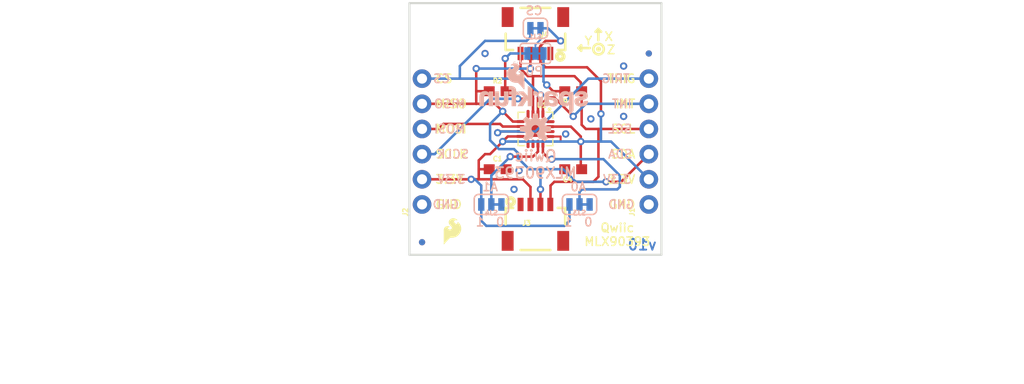
<source format=kicad_pcb>
(kicad_pcb (version 20211014) (generator pcbnew)
  (layers (0 "F.Cu" signal) (31 "B.Cu" signal) (34 "B.Paste" user) (35 "F.Paste" user) (36 "B.SilkS" user "B.Silkscreen") (37 "F.SilkS" user "F.Silkscreen") (38 "B.Mask" user) (39 "F.Mask" user) (44 "Edge.Cuts" user))
  (net 0 "")
  (net 1 "GND")
  (net 2 "SCL")
  (net 3 "SDA")
  (net 4 "CS")
  (net 5 "N$4")
  (net 6 "N$5")
  (net 7 "MISO")
  (net 8 "INT")
  (net 9 "TRIG")
  (net 10 "A0")
  (net 11 "A1")
  (net 12 "3.3V")
  (footprint "boardEagle:SFE_LOGO_FLAME_.1" (layer "F.Cu") (at 138.9761 116.9416)
    (fp_text reference "LOGO2" hide)
    (fp_text value "SFE_LOGO_FLAME.1_INCH" hide)
  )
  (footprint "boardEagle:FIDUCIAL-MICRO" (layer "F.Cu") (at 137.0711 116.4336)
    (fp_text reference "FD1" hide)
    (fp_text value "FIDUCIALUFIDUCIAL" hide)
    (pad "1" smd roundrect (at 0 0) (size 0.635 0.635) (layers "F.Cu" "F.Mask") (roundrect_rratio 0.5))
  )
  (footprint "boardEagle:1X06_NO_SILK" (layer "F.Cu") (at 137.0711 112.6236 90)
    (fp_text reference "J2" (at -1.27 -1.397 90) (layer "F.SilkS") (effects (font (size 0.48768 0.48768) (thickness 0.12192)) (justify left bottom)))
    (fp_text value "")
    (pad "1" thru_hole circle (at 0 0 180) (size 1.8796 1.8796) (drill 1.016) (layers *.Cu *.Mask) (net 1 "GND"))
    (pad "2" thru_hole circle (at 2.54 0 180) (size 1.8796 1.8796) (drill 1.016) (layers *.Cu *.Mask) (net 12 "3.3V"))
    (pad "3" thru_hole circle (at 5.08 0 180) (size 1.8796 1.8796) (drill 1.016) (layers *.Cu *.Mask) (net 2 "SCL"))
    (pad "4" thru_hole circle (at 7.62 0 180) (size 1.8796 1.8796) (drill 1.016) (layers *.Cu *.Mask) (net 7 "MISO"))
    (pad "5" thru_hole circle (at 10.16 0 180) (size 1.8796 1.8796) (drill 1.016) (layers *.Cu *.Mask) (net 3 "SDA"))
    (pad "6" thru_hole circle (at 12.7 0 180) (size 1.8796 1.8796) (drill 1.016) (layers *.Cu *.Mask) (net 4 "CS"))
  )
  (footprint "boardEagle:0603" (layer "F.Cu") (at 152.3111 101.1936 180)
    (fp_text reference "R1" (at 0 -0.762 180) (layer "F.SilkS") (effects (font (size 0.48768 0.48768) (thickness 0.12192)) (justify right top)))
    (fp_text value "10k")
    (pad "1" smd rect (at -0.85 0 180) (size 1.1 1) (layers "F.Cu" "F.Paste" "F.Mask") (net 2 "SCL"))
    (pad "2" smd rect (at 0.85 0 180) (size 1.1 1) (layers "F.Cu" "F.Paste" "F.Mask") (net 6 "N$5"))
  )
  (footprint "boardEagle:STAND-OFF" (layer "F.Cu") (at 138.3411 94.8436)
    (fp_text reference "JP3" hide)
    (fp_text value "STAND-OFF" hide)
    (pad "" np_thru_hole circle (at 0 0) (size 3.302 3.302) (drill 3.302) (layers *.Cu *.Mask))
  )
  (footprint "boardEagle:QFN-16_WITH_AXIES" (layer "F.Cu") (at 148.5011 105.0036)
    (fp_text reference "U1" (at 0.0714 -2.1136) (layer "F.SilkS") (effects (font (size 0.48768 0.48768) (thickness 0.12192)) (justify left bottom)))
    (fp_text value "MLX90393_MAGNETOMETER")
    (pad "1" smd roundrect (at 0.754 -1.498 90) (size 0.85 0.3) (layers "F.Cu" "F.Paste" "F.Mask") (roundrect_rratio 0.375) (net 8 "INT"))
    (pad "2" smd roundrect (at 0.254 -1.498 90) (size 0.85 0.3) (layers "F.Cu" "F.Paste" "F.Mask") (roundrect_rratio 0.375) (net 4 "CS"))
    (pad "3" smd roundrect (at -0.246 -1.498 90) (size 0.85 0.3) (layers "F.Cu" "F.Paste" "F.Mask") (roundrect_rratio 0.375) (net 2 "SCL"))
    (pad "4" smd roundrect (at -0.746 -1.498 90) (size 0.85 0.3) (layers "F.Cu" "F.Paste" "F.Mask") (roundrect_rratio 0.375))
    (pad "5" smd roundrect (at -1.508 -0.746) (size 0.85 0.3) (layers "F.Cu" "F.Paste" "F.Mask") (roundrect_rratio 0.375) (net 3 "SDA"))
    (pad "6" smd roundrect (at -1.508 -0.246) (size 0.85 0.3) (layers "F.Cu" "F.Paste" "F.Mask") (roundrect_rratio 0.375) (net 7 "MISO"))
    (pad "7" smd roundrect (at -1.508 0.254) (size 0.85 0.3) (layers "F.Cu" "F.Paste" "F.Mask") (roundrect_rratio 0.375) (net 9 "TRIG"))
    (pad "8" smd roundrect (at -1.508 0.754) (size 0.85 0.3) (layers "F.Cu" "F.Paste" "F.Mask") (roundrect_rratio 0.375) (net 12 "3.3V"))
    (pad "9" smd roundrect (at -0.746 1.506 270) (size 0.85 0.3) (layers "F.Cu" "F.Paste" "F.Mask") (roundrect_rratio 0.375))
    (pad "10" smd roundrect (at -0.246 1.506 270) (size 0.85 0.3) (layers "F.Cu" "F.Paste" "F.Mask") (roundrect_rratio 0.375))
    (pad "11" smd roundrect (at 0.254 1.506 270) (size 0.85 0.3) (layers "F.Cu" "F.Paste" "F.Mask") (roundrect_rratio 0.375) (net 11 "A1"))
    (pad "12" smd roundrect (at 0.754 1.506 270) (size 0.85 0.3) (layers "F.Cu" "F.Paste" "F.Mask") (roundrect_rratio 0.375) (net 10 "A0"))
    (pad "13" smd roundrect (at 1.496 0.764 180) (size 0.85 0.3) (layers "F.Cu" "F.Paste" "F.Mask") (roundrect_rratio 0.375) (net 1 "GND"))
    (pad "14" smd roundrect (at 1.496 0.264 180) (size 0.85 0.3) (layers "F.Cu" "F.Paste" "F.Mask") (roundrect_rratio 0.375))
    (pad "15" smd roundrect (at 1.496 -0.236 180) (size 0.85 0.3) (layers "F.Cu" "F.Paste" "F.Mask") (roundrect_rratio 0.375) (net 12 "3.3V"))
    (pad "16" smd roundrect (at 1.496 -0.736 180) (size 0.85 0.3) (layers "F.Cu" "F.Paste" "F.Mask") (roundrect_rratio 0.375))
    (pad "17" smd rect (at 0 0) (size 1.6 1.6) (layers "F.Cu" "F.Mask"))
  )
  (footprint "boardEagle:STAND-OFF" (layer "F.Cu") (at 158.6611 94.8436)
    (fp_text reference "JP4" hide)
    (fp_text value "STAND-OFF" hide)
    (pad "" np_thru_hole circle (at 0 0) (size 3.302 3.302) (drill 3.302) (layers *.Cu *.Mask))
  )
  (footprint "boardEagle:0603" (layer "F.Cu") (at 144.6911 101.1936)
    (fp_text reference "R2" (at 0 -0.762) (layer "F.SilkS") (effects (font (size 0.48768 0.48768) (thickness 0.12192)) (justify bottom)))
    (fp_text value "10k")
    (pad "1" smd rect (at -0.85 0) (size 1.1 1) (layers "F.Cu" "F.Paste" "F.Mask") (net 3 "SDA"))
    (pad "2" smd rect (at 0.85 0) (size 1.1 1) (layers "F.Cu" "F.Paste" "F.Mask") (net 5 "N$4"))
  )
  (footprint "boardEagle:1X06_NO_SILK" (layer "F.Cu") (at 159.9311 112.6236 90)
    (fp_text reference "J1" (at -1.27 -1.397 90) (layer "F.SilkS") (effects (font (size 0.48768 0.48768) (thickness 0.12192)) (justify left bottom)))
    (fp_text value "")
    (pad "1" thru_hole circle (at 0 0 180) (size 1.8796 1.8796) (drill 1.016) (layers *.Cu *.Mask) (net 1 "GND"))
    (pad "2" thru_hole circle (at 2.54 0 180) (size 1.8796 1.8796) (drill 1.016) (layers *.Cu *.Mask) (net 12 "3.3V"))
    (pad "3" thru_hole circle (at 5.08 0 180) (size 1.8796 1.8796) (drill 1.016) (layers *.Cu *.Mask) (net 3 "SDA"))
    (pad "4" thru_hole circle (at 7.62 0 180) (size 1.8796 1.8796) (drill 1.016) (layers *.Cu *.Mask) (net 2 "SCL"))
    (pad "5" thru_hole circle (at 10.16 0 180) (size 1.8796 1.8796) (drill 1.016) (layers *.Cu *.Mask) (net 8 "INT"))
    (pad "6" thru_hole circle (at 12.7 0 180) (size 1.8796 1.8796) (drill 1.016) (layers *.Cu *.Mask) (net 9 "TRIG"))
  )
  (footprint "boardEagle:0603" (layer "F.Cu") (at 144.6911 109.0676)
    (fp_text reference "C1" (at 0 -0.762) (layer "F.SilkS") (effects (font (size 0.48768 0.48768) (thickness 0.12192)) (justify bottom)))
    (fp_text value "0.1uF")
    (pad "1" smd rect (at -0.85 0) (size 1.1 1) (layers "F.Cu" "F.Paste" "F.Mask") (net 12 "3.3V"))
    (pad "2" smd rect (at 0.85 0) (size 1.1 1) (layers "F.Cu" "F.Paste" "F.Mask") (net 1 "GND"))
  )
  (footprint "boardEagle:FIDUCIAL-MICRO" (layer "F.Cu") (at 159.9311 97.3836)
    (fp_text reference "FD3" hide)
    (fp_text value "FIDUCIALUFIDUCIAL" hide)
    (pad "1" smd roundrect (at 0 0) (size 0.635 0.635) (layers "F.Cu" "F.Mask") (roundrect_rratio 0.5))
  )
  (footprint "boardEagle:CREATIVE_COMMONS" (layer "F.Cu") (at 114.8461 127.8636)
    (fp_text reference "FRAME2" hide)
    (fp_text value "FRAME-LETTER" hide)
  )
  (footprint "boardEagle:1X04_1MM_RA" (layer "F.Cu") (at 148.5011 112.6236)
    (fp_text reference "J3" (at -1.397 2.159) (layer "F.SilkS") (effects (font (size 0.48768 0.48768) (thickness 0.12192)) (justify left bottom)))
    (fp_text value "")
    (pad "1" smd rect (at -1.5 0) (size 0.6 1.35) (layers "F.Cu" "F.Paste" "F.Mask") (net 1 "GND"))
    (pad "2" smd rect (at -0.5 0) (size 0.6 1.35) (layers "F.Cu" "F.Paste" "F.Mask") (net 12 "3.3V"))
    (pad "3" smd rect (at 0.5 0) (size 0.6 1.35) (layers "F.Cu" "F.Paste" "F.Mask") (net 3 "SDA"))
    (pad "4" smd rect (at 1.5 0) (size 0.6 1.35) (layers "F.Cu" "F.Paste" "F.Mask") (net 2 "SCL"))
    (pad "NC1" smd rect (at 2.8 3.675) (size 1.2 2) (layers "F.Cu" "F.Paste" "F.Mask"))
    (pad "NC2" smd rect (at -2.8 3.675) (size 1.2 2) (layers "F.Cu" "F.Paste" "F.Mask"))
  )
  (footprint "boardEagle:1X04_1MM_RA" (layer "F.Cu") (at 148.5011 97.3836 180)
    (fp_text reference "J4" (at -1.397 2.159 180) (layer "F.SilkS") (effects (font (size 0.48768 0.48768) (thickness 0.12192)) (justify right top)))
    (fp_text value "")
    (pad "1" smd rect (at -1.5 0 180) (size 0.6 1.35) (layers "F.Cu" "F.Paste" "F.Mask") (net 1 "GND"))
    (pad "2" smd rect (at -0.5 0 180) (size 0.6 1.35) (layers "F.Cu" "F.Paste" "F.Mask") (net 12 "3.3V"))
    (pad "3" smd rect (at 0.5 0 180) (size 0.6 1.35) (layers "F.Cu" "F.Paste" "F.Mask") (net 3 "SDA"))
    (pad "4" smd rect (at 1.5 0 180) (size 0.6 1.35) (layers "F.Cu" "F.Paste" "F.Mask") (net 2 "SCL"))
    (pad "NC1" smd rect (at 2.8 3.675 180) (size 1.2 2) (layers "F.Cu" "F.Paste" "F.Mask"))
    (pad "NC2" smd rect (at -2.8 3.675 180) (size 1.2 2) (layers "F.Cu" "F.Paste" "F.Mask"))
  )
  (footprint "boardEagle:REVISION" (layer "F.Cu") (at 126.9111 130.4036)
    (fp_text reference "LOGO3" hide)
    (fp_text value "REVISION" hide)
  )
  (footprint "boardEagle:0603" (layer "F.Cu") (at 152.3111 109.0676 180)
    (fp_text reference "C4" (at 0 -0.762 180) (layer "F.SilkS") (effects (font (size 0.48768 0.48768) (thickness 0.12192)) (justify right top)))
    (fp_text value "0.1uF")
    (pad "1" smd rect (at -0.85 0 180) (size 1.1 1) (layers "F.Cu" "F.Paste" "F.Mask") (net 12 "3.3V"))
    (pad "2" smd rect (at 0.85 0 180) (size 1.1 1) (layers "F.Cu" "F.Paste" "F.Mask") (net 1 "GND"))
  )
  (footprint "boardEagle:SMT-JUMPER_3_1-NC_TRACE_SILK" (layer "B.Cu") (at 144.0561 112.6236)
    (fp_text reference "SJ4" (at 0 1.143 180) (layer "B.SilkS") (effects (font (size 0.48768 0.48768) (thickness 0.12192)) (justify bottom mirror)))
    (fp_text value "")
    (fp_line (start 0 0) (end 1.016 0) (layer "B.Cu") (width 0.254))
    (pad "1" smd rect (at -1.016 0) (size 0.635 1.27) (layers "B.Cu" "B.Mask") (net 12 "3.3V"))
    (pad "2" smd rect (at 0 0) (size 0.635 1.27) (layers "B.Cu" "B.Mask") (net 11 "A1"))
    (pad "3" smd rect (at 1.016 0) (size 0.635 1.27) (layers "B.Cu" "B.Mask") (net 1 "GND"))
  )
  (footprint "boardEagle:PAD-JUMPER-3-3OF3_NC_BY_TRACE_YES_SILK_FULL_BOX" (layer "B.Cu") (at 148.5011 97.3836)
    (fp_text reference "SJ2" (at -1.27 1.27 180) (layer "B.SilkS") (effects (font (size 0.373888 0.373888) (thickness 0.032512)) (justify left bottom mirror)))
    (fp_text value "")
    (fp_line (start 0.254 0) (end 1.016 0) (layer "B.Cu") (width 0.2032))
    (fp_line (start -1.016 0) (end -0.254 0) (layer "B.Cu") (width 0.2032))
    (pad "1" smd rect (at -0.8128 0) (size 0.635 1.27) (layers "B.Cu" "B.Mask") (net 5 "N$4"))
    (pad "2" smd rect (at 0 0) (size 0.635 1.27) (layers "B.Cu" "B.Mask") (net 12 "3.3V"))
    (pad "3" smd rect (at 0.8128 0) (size 0.635 1.27) (layers "B.Cu" "B.Mask") (net 6 "N$5"))
  )
  (footprint "boardEagle:FIDUCIAL-MICRO" (layer "B.Cu") (at 159.9311 97.3836 180)
    (fp_text reference "FD4" hide)
    (fp_text value "FIDUCIALUFIDUCIAL" hide)
    (pad "1" smd roundrect (at 0 0 180) (size 0.635 0.635) (layers "B.Cu" "B.Mask") (roundrect_rratio 0.5))
  )
  (footprint "boardEagle:SMT-JUMPER_3_1-NC_TRACE_SILK" (layer "B.Cu") (at 152.9461 112.6236)
    (fp_text reference "SJ3" (at 0 1.143 180) (layer "B.SilkS") (effects (font (size 0.48768 0.48768) (thickness 0.12192)) (justify bottom mirror)))
    (fp_text value "")
    (fp_line (start 0 0) (end 1.016 0) (layer "B.Cu") (width 0.254))
    (pad "1" smd rect (at -1.016 0) (size 0.635 1.27) (layers "B.Cu" "B.Mask") (net 12 "3.3V"))
    (pad "2" smd rect (at 0 0) (size 0.635 1.27) (layers "B.Cu" "B.Mask") (net 10 "A0"))
    (pad "3" smd rect (at 1.016 0) (size 0.635 1.27) (layers "B.Cu" "B.Mask") (net 1 "GND"))
  )
  (footprint "boardEagle:FIDUCIAL-MICRO" (layer "B.Cu") (at 137.0711 116.4336 180)
    (fp_text reference "FD2" hide)
    (fp_text value "FIDUCIALUFIDUCIAL" hide)
    (pad "1" smd roundrect (at 0 0 180) (size 0.635 0.635) (layers "B.Cu" "B.Mask") (roundrect_rratio 0.5))
  )
  (footprint "boardEagle:SMT-JUMPER_2_NC_TRACE_SILK" (layer "B.Cu") (at 148.5011 94.8436)
    (fp_text reference "SJ1" (at 0 1.143 180) (layer "B.SilkS") (effects (font (size 0.48768 0.48768) (thickness 0.12192)) (justify bottom mirror)))
    (fp_text value "")
    (fp_line (start -0.508 0) (end 0.508 0) (layer "B.Cu") (width 0.254))
    (pad "1" smd rect (at -0.508 0) (size 0.635 1.27) (layers "B.Cu" "B.Mask") (net 4 "CS"))
    (pad "2" smd rect (at 0.508 0) (size 0.635 1.27) (layers "B.Cu" "B.Mask") (net 12 "3.3V"))
  )
  (footprint "boardEagle:SFE_LOGO_NAME_FLAME_.1" (layer "B.Cu") (at 154.2161 103.6066 180)
    (fp_text reference "LOGO1" hide)
    (fp_text value "SFE_LOGO_NAME_FLAME.1_INCH" hide)
  )
  (footprint "boardEagle:OSHW-LOGO-S" (layer "B.Cu") (at 148.5011 105.0036 180)
    (fp_text reference "U$1" hide)
    (fp_text value "OSHW-LOGOS" hide)
  )
  (gr_line (start 153.11755 97.113725) (end 153.11755 96.554925) (layer "F.SilkS") (width 0.254))
  (gr_line (start 154.562175 95.19285) (end 155.120975 95.19285) (layer "F.SilkS") (width 0.254))
  (gr_line (start 152.83815 96.834325) (end 153.98115 96.834325) (layer "F.SilkS") (width 0.254))
  (gr_line (start 154.841575 94.91345) (end 154.841575 96.05645) (layer "F.SilkS") (width 0.254))
  (gr_line (start 152.83815 96.834325) (end 153.09215 96.580325) (layer "F.SilkS") (width 0.254))
  (gr_line (start 152.83815 96.834325) (end 153.09215 97.088325) (layer "F.SilkS") (width 0.254))
  (gr_line (start 154.841575 94.91345) (end 155.095575 95.16745) (layer "F.SilkS") (width 0.254))
  (gr_circle (center 154.8638 96.94545) (end 154.9908 96.94545) (layer "F.SilkS") (width 0.254) (fill none))
  (gr_line (start 154.841575 94.91345) (end 154.587575 95.16745) (layer "F.SilkS") (width 0.254))
  (gr_circle (center 154.8638 96.94545) (end 155.3972 96.94545) (layer "F.SilkS") (width 0.254) (fill none))
  (gr_line (start 135.8011 117.7036) (end 135.8011 92.3036) (layer "Edge.Cuts") (width 0.2032))
  (gr_line (start 135.8011 92.3036) (end 161.2011 92.3036) (layer "Edge.Cuts") (width 0.2032))
  (gr_line (start 161.2011 117.7036) (end 135.8011 117.7036) (layer "Edge.Cuts") (width 0.2032))
  (gr_line (start 161.2011 92.3036) (end 161.2011 117.7036) (layer "Edge.Cuts") (width 0.2032))
  (gr_text "v10" (at 160.8201 117.3226) (layer "B.Cu") (effects (font (size 1.0795 1.0795) (thickness 0.1905)) (justify left bottom mirror)))
  (gr_text "CS" (at 148.3741 93.0656) (layer "B.SilkS") (effects (font (size 0.8636 0.8636) (thickness 0.1524)) (justify mirror)))
  (gr_text "PU" (at 148.3741 99.1616) (layer "B.SilkS") (effects (font (size 0.8636 0.8636) (thickness 0.1524)) (justify mirror)))
  (gr_text "Qwiic\nMLX90393" (at 148.5011 110.0836) (layer "B.SilkS") (effects (font (size 1.0795 1.0795) (thickness 0.1905)) (justify bottom mirror)))
  (gr_text "1" (at 151.8031 114.4016) (layer "B.SilkS") (effects (font (size 0.8636 0.8636) (thickness 0.1524)) (justify mirror)))
  (gr_text "MISO" (at 141.5161 102.9716) (layer "B.SilkS") (effects (font (size 0.8636 0.8636) (thickness 0.1524)) (justify left bottom mirror)))
  (gr_text "1" (at 142.9131 114.4016) (layer "B.SilkS") (effects (font (size 0.8636 0.8636) (thickness 0.1524)) (justify mirror)))
  (gr_text "3.3V" (at 155.2321 110.5916) (layer "B.SilkS") (effects (font (size 0.8636 0.8636) (thickness 0.1524)) (justify right bottom mirror)))
  (gr_text "CS" (at 139.9921 100.4316) (layer "B.SilkS") (effects (font (size 0.8636 0.8636) (thickness 0.1524)) (justify left bottom mirror)))
  (gr_text "A0" (at 152.8191 110.8456) (layer "B.SilkS") (effects (font (size 0.8636 0.8636) (thickness 0.1524)) (justify mirror)))
  (gr_text "SDA" (at 155.7401 108.0516) (layer "B.SilkS") (effects (font (size 0.8636 0.8636) (thickness 0.1524)) (justify right bottom mirror)))
  (gr_text "SCLK" (at 141.8971 108.0516) (layer "B.SilkS") (effects (font (size 0.8636 0.8636) (thickness 0.1524)) (justify left bottom mirror)))
  (gr_text "A1" (at 143.9291 110.8456) (layer "B.SilkS") (effects (font (size 0.8636 0.8636) (thickness 0.1524)) (justify mirror)))
  (gr_text "3.3V" (at 141.5161 110.5916) (layer "B.SilkS") (effects (font (size 0.8636 0.8636) (thickness 0.1524)) (justify left bottom mirror)))
  (gr_text "TRIG" (at 155.1051 100.4316) (layer "B.SilkS") (effects (font (size 0.8636 0.8636) (thickness 0.1524)) (justify right bottom mirror)))
  (gr_text "0" (at 153.8351 114.4016) (layer "B.SilkS") (effects (font (size 0.8636 0.8636) (thickness 0.1524)) (justify mirror)))
  (gr_text "GND" (at 140.8811 113.1316) (layer "B.SilkS") (effects (font (size 0.8636 0.8636) (thickness 0.1524)) (justify left bottom mirror)))
  (gr_text "MOSI" (at 141.5161 105.5116) (layer "B.SilkS") (effects (font (size 0.8636 0.8636) (thickness 0.1524)) (justify left bottom mirror)))
  (gr_text "INT" (at 156.1211 102.9716) (layer "B.SilkS") (effects (font (size 0.8636 0.8636) (thickness 0.1524)) (justify right bottom mirror)))
  (gr_text "0" (at 144.9451 114.4016) (layer "B.SilkS") (effects (font (size 0.8636 0.8636) (thickness 0.1524)) (justify mirror)))
  (gr_text "SCL" (at 155.7401 105.5116) (layer "B.SilkS") (effects (font (size 0.8636 0.8636) (thickness 0.1524)) (justify right bottom mirror)))
  (gr_text "GND" (at 155.7401 113.1316) (layer "B.SilkS") (effects (font (size 0.8636 0.8636) (thickness 0.1524)) (justify right bottom mirror)))
  (gr_text "MOSI" (at 138.3411 105.5116) (layer "F.SilkS") (effects (font (size 0.8636 0.8636) (thickness 0.1524)) (justify left bottom)))
  (gr_text "GND" (at 138.3411 113.1316) (layer "F.SilkS") (effects (font (size 0.8636 0.8636) (thickness 0.1524)) (justify left bottom)))
  (gr_text "Qwiic\nMLX90393" (at 156.7561 115.6716) (layer "F.SilkS") (effects (font (size 0.8636 0.8636) (thickness 0.1524))))
  (gr_text "CS" (at 138.3411 100.4316) (layer "F.SilkS") (effects (font (size 0.8636 0.8636) (thickness 0.1524)) (justify left bottom)))
  (gr_text "SDA" (at 158.6611 108.0516) (layer "F.SilkS") (effects (font (size 0.8636 0.8636) (thickness 0.1524)) (justify right bottom)))
  (gr_text "SCLK" (at 138.3411 108.0516) (layer "F.SilkS") (effects (font (size 0.8636 0.8636) (thickness 0.1524)) (justify left bottom)))
  (gr_text "3.3V" (at 138.3411 110.5916) (layer "F.SilkS") (effects (font (size 0.8636 0.8636) (thickness 0.1524)) (justify left bottom)))
  (gr_text "X" (at 155.381325 96.18345) (layer "F.SilkS") (effects (font (size 0.8636 0.8636) (thickness 0.1524)) (justify left bottom)))
  (gr_text "MISO" (at 138.3411 102.9716) (layer "F.SilkS") (effects (font (size 0.8636 0.8636) (thickness 0.1524)) (justify left bottom)))
  (gr_text "SCL" (at 158.6611 105.5116) (layer "F.SilkS") (effects (font (size 0.8636 0.8636) (thickness 0.1524)) (justify right bottom)))
  (gr_text "TRIG" (at 158.6611 100.4316) (layer "F.SilkS") (effects (font (size 0.8636 0.8636) (thickness 0.1524)) (justify right bottom)))
  (gr_text "Y" (at 153.368375 96.6216) (layer "F.SilkS") (effects (font (size 0.8636 0.8636) (thickness 0.1524)) (justify left bottom)))
  (gr_text "INT" (at 158.6611 102.9716) (layer "F.SilkS") (effects (font (size 0.8636 0.8636) (thickness 0.1524)) (justify right bottom)))
  (gr_text "GND" (at 158.6611 113.1316) (layer "F.SilkS") (effects (font (size 0.8636 0.8636) (thickness 0.1524)) (justify right bottom)))
  (gr_text "Z" (at 155.6131 97.5106) (layer "F.SilkS") (effects (font (size 0.8636 0.8636) (thickness 0.1524)) (justify left bottom)))
  (gr_text "3.3V" (at 158.6611 110.5916) (layer "F.SilkS") (effects (font (size 0.8636 0.8636) (thickness 0.1524)) (justify right bottom)))
  (segment (start 149.9971 105.7676) (end 151.0411 105.7676) (width 0.2032) (layer "F.Cu") (net 1))
  (segment (start 147.0011 112.6236) (end 146.9771 112.5996) (width 0.254) (layer "F.Cu") (net 1))
  (segment (start 151.0411 105.7676) (end 151.0411 106.2736) (width 0.2032) (layer "F.Cu") (net 1))
  (via (at 157.3911 98.6536) (size 0.7366) (drill 0.381) (layers "F.Cu" "B.Cu") (net 1))
  (via (at 151.5491 105.5116) (size 0.7366) (drill 0.381) (layers "F.Cu" "B.Cu") (net 1))
  (via (at 154.0891 103.9876) (size 0.7366) (drill 0.381) (layers "F.Cu" "B.Cu") (net 1))
  (via (at 146.8501 109.1946) (size 0.7366) (drill 0.381) (layers "F.Cu" "B.Cu") (net 1))
  (via (at 157.3911 103.7336) (size 0.7366) (drill 0.381) (layers "F.Cu" "B.Cu") (net 1))
  (via (at 143.4211 97.3836) (size 0.7366) (drill 0.381) (layers "F.Cu" "B.Cu") (net 1))
  (via (at 146.3421 111.0996) (size 0.7366) (drill 0.381) (layers "F.Cu" "B.Cu") (net 1))
  (segment (start 154.0891 112.6236) (end 153.9621 112.7506) (width 0.254) (layer "B.Cu") (net 1))
  (segment (start 137.0711 113.2586) (end 137.0711 112.6236) (width 0.254) (layer "B.Cu") (net 1))
  (segment (start 153.9621 112.6236) (end 154.0891 112.6236) (width 0.254) (layer "B.Cu") (net 1))
  (segment (start 150.0251 112.5996) (end 150.0251 110.7186) (width 0.254) (layer "F.Cu") (net 2))
  (segment (start 150.4061 110.3376) (end 154.3431 110.3376) (width 0.254) (layer "F.Cu") (net 2))
  (segment (start 150.0011 112.6236) (end 150.0251 112.5996) (width 0.254) (layer "F.Cu") (net 2))
  (segment (start 153.1611 104.5836) (end 153.5811 105.0036) (width 0.254) (layer "F.Cu") (net 2))
  (segment (start 153.5811 105.0036) (end 154.8511 105.0036) (width 0.254) (layer "F.Cu") (net 2))
  (segment (start 153.0731 101.1056) (end 153.0731 100.3046) (width 0.254) (layer "F.Cu") (net 2))
  (segment (start 146.7231 101.9556) (end 148.2551 101.9556) (width 0.254) (layer "F.Cu") (net 2))
  (segment (start 147.0011 97.3836) (end 146.9771 97.4076) (width 0.254) (layer "F.Cu") (net 2))
  (segment (start 152.4381 99.6696) (end 148.2551 99.6696) (width 0.254) (layer "F.Cu") (net 2))
  (segment (start 150.0251 110.7186) (end 150.4061 110.3376) (width 0.254) (layer "F.Cu") (net 2))
  (segment (start 148.2551 103.5056) (end 148.2551 101.9556) (width 0.254) (layer "F.Cu") (net 2))
  (segment (start 148.2551 99.6696) (end 147.7391 99.6696) (width 0.254) (layer "F.Cu") (net 2))
  (segment (start 153.1611 101.1936) (end 153.1611 104.5836) (width 0.254) (layer "F.Cu") (net 2))
  (segment (start 153.1611 101.1936) (end 153.0731 101.1056) (width 0.254) (layer "F.Cu") (net 2))
  (segment (start 153.0731 100.3046) (end 152.4381 99.6696) (width 0.254) (layer "F.Cu") (net 2))
  (segment (start 148.2551 101.9556) (end 148.2551 99.6696) (width 0.254) (layer "F.Cu") (net 2))
  (segment (start 154.8511 109.8296) (end 154.8511 105.0036) (width 0.254) (layer "F.Cu") (net 2))
  (segment (start 154.3431 110.3376) (end 154.8511 109.8296) (width 0.254) (layer "F.Cu") (net 2))
  (segment (start 147.0011 97.3836) (end 147.0011 98.9316) (width 0.254) (layer "F.Cu") (net 2))
  (segment (start 154.8511 105.0036) (end 159.9311 105.0036) (width 0.254) (layer "F.Cu") (net 2))
  (segment (start 147.0011 98.9316) (end 147.7391 99.6696) (width 0.254) (layer "F.Cu") (net 2))
  (via (at 146.7231 101.9556) (size 0.7366) (drill 0.381) (layers "F.Cu" "B.Cu") (net 2))
  (segment (start 138.3411 107.5436) (end 137.0711 107.5436) (width 0.254) (layer "B.Cu") (net 2))
  (segment (start 146.7231 101.9556) (end 143.9291 101.9556) (width 0.254) (layer "B.Cu") (net 2))
  (segment (start 143.9291 101.9556) (end 138.3411 107.5436) (width 0.254) (layer "B.Cu") (net 2))
  (segment (start 159.9311 107.5436) (end 157.1371 110.3376) (width 0.254) (layer "F.Cu") (net 3))
  (segment (start 143.8411 101.1936) (end 143.8021 101.1546) (width 0.254) (layer "F.Cu") (net 3))
  (segment (start 142.5321 101.1936) (end 142.5321 102.4636) (width 0.254) (layer "F.Cu") (net 3))
  (segment (start 142.5321 98.9076) (end 142.5321 101.1936) (width 0.254) (layer "F.Cu") (net 3))
  (segment (start 149.0091 112.6156) (end 149.0091 111.0996) (width 0.254) (layer "F.Cu") (net 3))
  (segment (start 157.1371 110.3376) (end 155.6131 110.3376) (width 0.254) (layer "F.Cu") (net 3))
  (segment (start 143.8411 101.1936) (end 142.5321 101.1936) (width 0.254) (layer "F.Cu") (net 3))
  (segment (start 142.5321 102.4636) (end 144.4371 102.4636) (width 0.254) (layer "F.Cu") (net 3))
  (segment (start 147.9931 97.3916) (end 147.9931 98.9076) (width 0.254) (layer "F.Cu") (net 3))
  (segment (start 145.1991 103.2256) (end 144.4371 102.4636) (width 0.254) (layer "F.Cu") (net 3))
  (segment (start 146.2311 104.2576) (end 145.1991 103.2256) (width 0.254) (layer "F.Cu") (net 3))
  (segment (start 149.0011 112.6236) (end 149.0091 112.6156) (width 0.254) (layer "F.Cu") (net 3))
  (segment (start 148.0011 97.3836) (end 147.9931 97.3916) (width 0.254) (layer "F.Cu") (net 3))
  (segment (start 146.9931 104.2576) (end 146.2311 104.2576) (width 0.254) (layer "F.Cu") (net 3))
  (segment (start 137.0711 102.4636) (end 142.5321 102.4636) (width 0.254) (layer "F.Cu") (net 3))
  (via (at 142.5321 98.9076) (size 0.7366) (drill 0.381) (layers "F.Cu" "B.Cu") (net 3))
  (via (at 149.0091 111.0996) (size 0.7366) (drill 0.381) (layers "F.Cu" "B.Cu") (net 3))
  (via (at 155.6131 110.3376) (size 0.7366) (drill 0.381) (layers "F.Cu" "B.Cu") (net 3))
  (via (at 147.9931 98.9076) (size 0.7366) (drill 0.381) (layers "F.Cu" "B.Cu") (net 3))
  (via (at 145.1991 103.2256) (size 0.7366) (drill 0.381) (layers "F.Cu" "B.Cu") (net 3))
  (segment (start 149.0091 111.0996) (end 149.0091 109.0676) (width 0.254) (layer "B.Cu") (net 3))
  (segment (start 144.8181 107.0356) (end 146.3421 107.0356) (width 0.254) (layer "B.Cu") (net 3))
  (segment (start 155.6131 110.3376) (end 152.5651 110.3376) (width 0.254) (layer "B.Cu") (net 3))
  (segment (start 143.9291 106.1466) (end 144.8181 107.0356) (width 0.254) (layer "B.Cu") (net 3))
  (segment (start 142.5321 98.9076) (end 147.9931 98.9076) (width 0.254) (layer "B.Cu") (net 3))
  (segment (start 146.7231 107.4166) (end 146.3421 107.0356) (width 0.254) (layer "B.Cu") (net 3))
  (segment (start 143.9291 104.4956) (end 145.1991 103.2256) (width 0.254) (layer "B.Cu") (net 3))
  (segment (start 152.5651 110.3376) (end 151.2951 109.0676) (width 0.254) (layer "B.Cu") (net 3))
  (segment (start 146.7231 107.9246) (end 146.7231 107.4166) (width 0.254) (layer "B.Cu") (net 3))
  (segment (start 149.0091 109.0676) (end 147.8661 109.0676) (width 0.254) (layer "B.Cu") (net 3))
  (segment (start 151.2951 109.0676) (end 149.0091 109.0676) (width 0.254) (layer "B.Cu") (net 3))
  (segment (start 143.9291 106.1466) (end 143.9291 104.4956) (width 0.254) (layer "B.Cu") (net 3))
  (segment (start 147.8661 109.0676) (end 146.7231 107.9246) (width 0.254) (layer "B.Cu") (net 3))
  (segment (start 149.0091 101.5746) (end 148.8261 101.7576) (width 0.254) (layer "F.Cu") (net 4))
  (segment (start 148.7551 103.5056) (end 148.7551 101.8286) (width 0.254) (layer "F.Cu") (net 4))
  (segment (start 148.7551 101.8286) (end 149.0091 101.5746) (width 0.254) (layer "F.Cu") (net 4))
  (via (at 149.0091 101.5746) (size 0.7366) (drill 0.381) (layers "F.Cu" "B.Cu") (net 4))
  (segment (start 147.3581 99.9236) (end 140.8811 99.9236) (width 0.254) (layer "B.Cu") (net 4))
  (segment (start 147.9931 94.8436) (end 147.9931 95.7326) (width 0.254) (layer "B.Cu") (net 4))
  (segment (start 149.0091 101.5746) (end 147.3581 99.9236) (width 0.254) (layer "B.Cu") (net 4))
  (segment (start 147.6121 96.1136) (end 143.4211 96.1136) (width 0.254) (layer "B.Cu") (net 4))
  (segment (start 143.4211 96.1136) (end 140.8811 98.6536) (width 0.254) (layer "B.Cu") (net 4))
  (segment (start 140.8811 99.9236) (end 137.0711 99.9236) (width 0.254) (layer "B.Cu") (net 4))
  (segment (start 147.9931 95.7326) (end 147.6121 96.1136) (width 0.254) (layer "B.Cu") (net 4))
  (segment (start 140.8811 98.6536) (end 140.8811 99.9236) (width 0.254) (layer "B.Cu") (net 4))
  (segment (start 145.5411 101.1936) (end 145.4531 101.1056) (width 0.254) (layer "F.Cu") (net 5))
  (segment (start 145.4531 101.1056) (end 145.4531 97.8916) (width 0.254) (layer "F.Cu") (net 5))
  (via (at 145.4531 97.8916) (size 0.7366) (drill 0.381) (layers "F.Cu" "B.Cu") (net 5))
  (segment (start 145.9611 97.3836) (end 145.4531 97.8916) (width 0.254) (layer "B.Cu") (net 5))
  (segment (start 147.6883 97.3836) (end 145.9611 97.3836) (width 0.254) (layer "B.Cu") (net 5))
  (segment (start 149.6441 100.5586) (end 150.2791 101.1936) (width 0.254) (layer "F.Cu") (net 6))
  (segment (start 150.2791 101.1936) (end 151.4611 101.1936) (width 0.254) (layer "F.Cu") (net 6))
  (via (at 149.6441 100.5586) (size 0.7366) (drill 0.381) (layers "F.Cu" "B.Cu") (net 6))
  (segment (start 149.3139 97.3836) (end 149.3139 100.2284) (width 0.254) (layer "B.Cu") (net 6))
  (segment (start 149.3139 100.2284) (end 149.6441 100.5586) (width 0.254) (layer "B.Cu") (net 6))
  (segment (start 139.2301 104.4956) (end 138.7221 105.0036) (width 0.254) (layer "F.Cu") (net 7))
  (segment (start 138.7221 105.0036) (end 137.0711 105.0036) (width 0.254) (layer "F.Cu") (net 7))
  (segment (start 146.9931 104.7576) (end 145.2071 104.7576) (width 0.254) (layer "F.Cu") (net 7))
  (segment (start 144.9451 104.4956) (end 139.2301 104.4956) (width 0.254) (layer "F.Cu") (net 7))
  (segment (start 145.2071 104.7576) (end 144.9451 104.4956) (width 0.254) (layer "F.Cu") (net 7))
  (segment (start 149.7711 101.8286) (end 150.4061 101.8286) (width 0.254) (layer "F.Cu") (net 8))
  (segment (start 150.4061 101.8286) (end 152.3111 103.7336) (width 0.254) (layer "F.Cu") (net 8))
  (segment (start 149.2551 103.5056) (end 149.2551 102.3446) (width 0.254) (layer "F.Cu") (net 8))
  (segment (start 149.2551 102.3446) (end 149.7711 101.8286) (width 0.254) (layer "F.Cu") (net 8))
  (via (at 152.3111 103.7336) (size 0.7366) (drill 0.381) (layers "F.Cu" "B.Cu") (net 8))
  (segment (start 159.9311 102.4636) (end 153.5811 102.4636) (width 0.254) (layer "B.Cu") (net 8))
  (segment (start 153.5811 102.4636) (end 152.3111 103.7336) (width 0.254) (layer "B.Cu") (net 8))
  (segment (start 146.9931 105.2576) (end 144.8181 105.2576) (width 0.254) (layer "F.Cu") (net 9))
  (segment (start 144.7471 105.3286) (end 144.6911 105.3846) (width 0.254) (layer "F.Cu") (net 9))
  (segment (start 144.8181 105.2576) (end 144.6911 105.3846) (width 0.254) (layer "F.Cu") (net 9))
  (via (at 144.6911 105.3846) (size 0.7366) (drill 0.381) (layers "F.Cu" "B.Cu") (net 9))
  (segment (start 153.8351 99.9236) (end 159.9311 99.9236) (width 0.254) (layer "B.Cu") (net 9))
  (segment (start 148.5011 105.2576) (end 144.8181 105.2576) (width 0.254) (layer "B.Cu") (net 9))
  (segment (start 144.8181 105.2576) (end 144.6911 105.3846) (width 0.254) (layer "B.Cu") (net 9))
  (segment (start 148.5011 105.2576) (end 153.8351 99.9236) (width 0.254) (layer "B.Cu") (net 9))
  (segment (start 149.8981 108.0516) (end 150.1521 108.0516) (width 0.254) (layer "F.Cu") (net 10))
  (segment (start 149.2551 106.5096) (end 149.2551 107.4086) (width 0.254) (layer "F.Cu") (net 10))
  (segment (start 149.2551 107.4086) (end 149.8981 108.0516) (width 0.254) (layer "F.Cu") (net 10))
  (via (at 150.1521 108.0516) (size 0.7366) (drill 0.381) (layers "F.Cu" "B.Cu") (net 10))
  (segment (start 152.9461 112.6236) (end 152.9461 111.3536) (width 0.254) (layer "B.Cu") (net 10))
  (segment (start 157.0101 110.8456) (end 157.0101 109.7026) (width 0.254) (layer "B.Cu") (net 10))
  (segment (start 155.3591 108.0516) (end 157.0101 109.7026) (width 0.254) (layer "B.Cu") (net 10))
  (segment (start 153.2001 111.0996) (end 156.7561 111.0996) (width 0.254) (layer "B.Cu") (net 10))
  (segment (start 150.1521 108.0516) (end 155.3591 108.0516) (width 0.254) (layer "B.Cu") (net 10))
  (segment (start 156.7561 111.0996) (end 157.0101 110.8456) (width 0.254) (layer "B.Cu") (net 10))
  (segment (start 152.9461 111.3536) (end 153.2001 111.0996) (width 0.254) (layer "B.Cu") (net 10))
  (segment (start 148.7551 107.2896) (end 148.2471 107.7976) (width 0.254) (layer "F.Cu") (net 11))
  (segment (start 148.2471 107.7976) (end 145.9611 107.7976) (width 0.254) (layer "F.Cu") (net 11))
  (segment (start 148.7551 106.5096) (end 148.7551 107.2896) (width 0.254) (layer "F.Cu") (net 11))
  (via (at 145.9611 107.7976) (size 0.7366) (drill 0.381) (layers "F.Cu" "B.Cu") (net 11))
  (segment (start 144.0561 112.6236) (end 144.0561 109.7026) (width 0.254) (layer "B.Cu") (net 11))
  (segment (start 145.9611 107.7976) (end 144.0561 109.7026) (width 0.254) (layer "B.Cu") (net 11))
  (segment (start 153.7081 98.7806) (end 155.1051 100.1776) (width 0.254) (layer "F.Cu") (net 12))
  (segment (start 149.5171 96.1136) (end 151.0411 96.1136) (width 0.254) (layer "F.Cu") (net 12))
  (segment (start 148.0011 110.8536) (end 147.2311 110.0836) (width 0.254) (layer "F.Cu") (net 12))
  (segment (start 155.1051 100.1776) (end 155.1051 103.4796) (width 0.254) (layer "F.Cu") (net 12))
  (segment (start 153.0731 106.2736) (end 153.0731 108.9796) (width 0.254) (layer "F.Cu") (net 12))
  (segment (start 146.9931 105.7576) (end 145.7151 105.7576) (width 0.254) (layer "F.Cu") (net 12))
  (segment (start 145.1991 106.2736) (end 145.4941 105.9786) (width 0.254) (layer "F.Cu") (net 12))
  (segment (start 143.9291 107.5436) (end 145.1991 106.2736) (width 0.254) (layer "F.Cu") (net 12))
  (segment (start 142.7861 110.0836) (end 142.0241 110.0836) (width 0.254) (layer "F.Cu") (net 12))
  (segment (start 153.0731 106.2736) (end 153.0731 105.7656) (width 0.254) (layer "F.Cu") (net 12))
  (segment (start 149.0091 98.2726) (end 149.5171 98.7806) (width 0.254) (layer "F.Cu") (net 12))
  (segment (start 149.0011 97.3836) (end 149.0011 96.6296) (width 0.254) (layer "F.Cu") (net 12))
  (segment (start 148.0011 112.6236) (end 147.9931 112.6156) (width 0.254) (layer "F.Cu") (net 12))
  (segment (start 147.2311 110.0836) (end 142.7861 110.0836) (width 0.254) (layer "F.Cu") (net 12))
  (segment (start 143.8411 109.0676) (end 142.7861 109.0676) (width 0.254) (layer "F.Cu") (net 12))
  (segment (start 143.4211 107.5436) (end 143.9291 107.5436) (width 0.254) (layer "F.Cu") (net 12))
  (segment (start 145.1991 106.2736) (end 145.1111 106.3616) (width 0.254) (layer "F.Cu") (net 12))
  (segment (start 149.0091 97.3916) (end 149.0091 98.2726) (width 0.254) (layer "F.Cu") (net 12))
  (segment (start 152.0751 104.7676) (end 153.0731 105.7656) (width 0.254) (layer "F.Cu") (net 12))
  (segment (start 149.0011 97.3836) (end 149.0091 97.3916) (width 0.254) (layer "F.Cu") (net 12))
  (segment (start 149.5171 98.7806) (end 153.7081 98.7806) (width 0.254) (layer "F.Cu") (net 12))
  (segment (start 142.7861 109.0676) (end 142.7861 108.1786) (width 0.254) (layer "F.Cu") (net 12))
  (segment (start 149.9971 104.7676) (end 152.0751 104.7676) (width 0.254) (layer "F.Cu") (net 12))
  (segment (start 153.0731 108.9796) (end 153.1611 109.0676) (width 0.254) (layer "F.Cu") (net 12))
  (segment (start 145.7151 105.7576) (end 145.1991 106.2736) (width 0.254) (layer "F.Cu") (net 12))
  (segment (start 149.0011 96.6296) (end 149.5171 96.1136) (width 0.254) (layer "F.Cu") (net 12))
  (segment (start 137.0711 110.0836) (end 142.0241 110.0836) (width 0.254) (layer "F.Cu") (net 12))
  (segment (start 142.7861 109.0676) (end 142.7861 110.0836) (width 0.254) (layer "F.Cu") (net 12))
  (segment (start 148.0011 112.6236) (end 148.0011 110.8536) (width 0.254) (layer "F.Cu") (net 12))
  (segment (start 142.7861 108.1786) (end 143.4211 107.5436) (width 0.254) (layer "F.Cu") (net 12))
  (via (at 142.0241 110.0836) (size 0.7366) (drill 0.381) (layers "F.Cu" "B.Cu") (net 12))
  (via (at 155.1051 103.4796) (size 0.7366) (drill 0.381) (layers "F.Cu" "B.Cu") (net 12))
  (via (at 153.0731 106.2736) (size 0.7366) (drill 0.381) (layers "F.Cu" "B.Cu") (net 12))
  (via (at 145.1991 106.2736) (size 0.7366) (drill 0.381) (layers "F.Cu" "B.Cu") (net 12))
  (via (at 151.0411 96.1136) (size 0.7366) (drill 0.381) (layers "F.Cu" "B.Cu") (net 12))
  (segment (start 149.7711 94.8436) (end 149.0091 94.8436) (width 0.254) (layer "B.Cu") (net 12))
  (segment (start 145.1991 106.2736) (end 153.0731 106.2736) (width 0.254) (layer "B.Cu") (net 12))
  (segment (start 159.9311 110.0836) (end 156.1211 106.2736) (width 0.254) (layer "B.Cu") (net 12))
  (segment (start 151.9301 114.2746) (end 151.4221 114.7826) (width 0.254) (layer "B.Cu") (net 12))
  (segment (start 151.9301 112.6236) (end 151.9301 114.2746) (width 0.254) (layer "B.Cu") (net 12))
  (segment (start 151.0411 96.1136) (end 149.7711 94.8436) (width 0.254) (layer "B.Cu") (net 12))
  (segment (start 143.0401 112.6236) (end 143.0401 110.7186) (width 0.254) (layer "B.Cu") (net 12))
  (segment (start 143.0401 114.2746) (end 143.0401 112.6236) (width 0.254) (layer "B.Cu") (net 12))
  (segment (start 156.1211 106.2736) (end 155.1051 106.2736) (width 0.254) (layer "B.Cu") (net 12))
  (segment (start 143.0401 110.7186) (end 142.4051 110.0836) (width 0.254) (layer "B.Cu") (net 12))
  (segment (start 148.5011 97.3836) (end 148.5011 96.4946) (width 0.1778) (layer "B.Cu") (net 12))
  (segment (start 149.0091 95.9866) (end 149.0091 94.8436) (width 0.1778) (layer "B.Cu") (net 12))
  (segment (start 143.5481 114.7826) (end 143.0401 114.2746) (width 0.254) (layer "B.Cu") (net 12))
  (segment (start 155.1051 106.2736) (end 153.0731 106.2736) (width 0.254) (layer "B.Cu") (net 12))
  (segment (start 148.5011 96.4946) (end 149.0091 95.9866) (width 0.1778) (layer "B.Cu") (net 12))
  (segment (start 155.1051 103.4796) (end 155.1051 106.2736) (width 0.254) (layer "B.Cu") (net 12))
  (segment (start 151.4221 114.7826) (end 143.5481 114.7826) (width 0.254) (layer "B.Cu") (net 12))
  (segment (start 142.4051 110.0836) (end 142.0241 110.0836) (width 0.254) (layer "B.Cu") (net 12))
)
</source>
